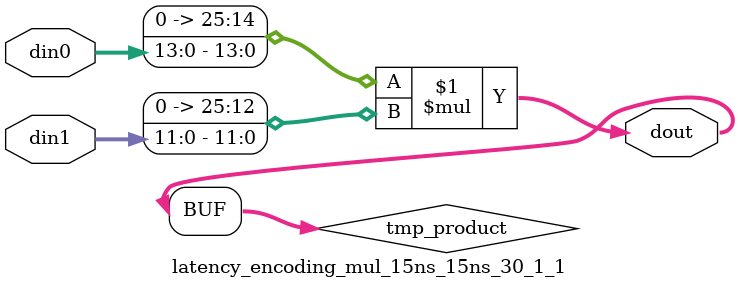
<source format=v>

`timescale 1 ns / 1 ps

 module latency_encoding_mul_15ns_15ns_30_1_1(din0, din1, dout);
parameter ID = 1;
parameter NUM_STAGE = 0;
parameter din0_WIDTH = 14;
parameter din1_WIDTH = 12;
parameter dout_WIDTH = 26;

input [din0_WIDTH - 1 : 0] din0; 
input [din1_WIDTH - 1 : 0] din1; 
output [dout_WIDTH - 1 : 0] dout;

wire signed [dout_WIDTH - 1 : 0] tmp_product;
























assign tmp_product = $signed({1'b0, din0}) * $signed({1'b0, din1});











assign dout = tmp_product;





















endmodule

</source>
